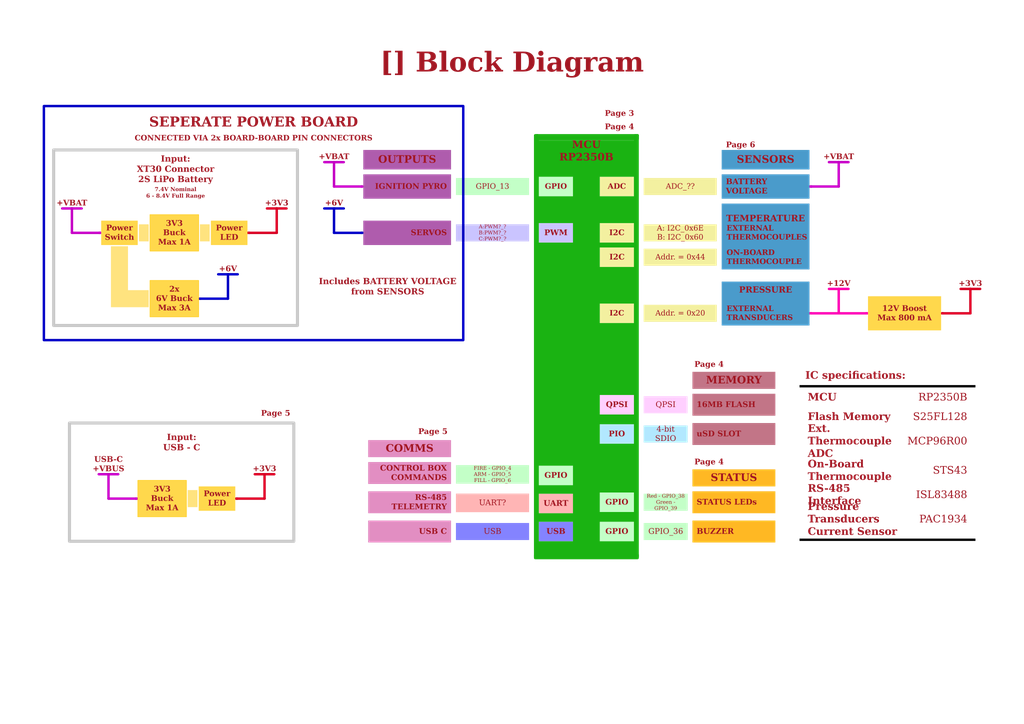
<source format=kicad_sch>
(kicad_sch
	(version 20250114)
	(generator "eeschema")
	(generator_version "9.0")
	(uuid "d4440dba-022e-49b2-97f2-6fc1871c7304")
	(paper "A3")
	(title_block
		(title "Block Diagram")
		(date "2026-01-02")
		(rev "${REVISION}")
		(company "${COMPANY}")
		(comment 1 "GRID - mm")
	)
	(lib_symbols)
	(rectangle
		(start 220 222.5)
		(end 235.5 227.604)
		(stroke
			(width 1)
			(type default)
			(color 26 179 18 1)
		)
		(fill
			(type color)
			(color 26 179 18 1)
		)
		(uuid 05c43237-d989-46c7-a838-1fe3e687d325)
	)
	(rectangle
		(start 328 221)
		(end 400 221.8)
		(stroke
			(width 0)
			(type default)
			(color 0 0 0 1)
		)
		(fill
			(type color)
			(color 0 0 0 1)
		)
		(uuid 1fdc3e3a-a10e-4833-b61f-367b51c08653)
	)
	(rectangle
		(start 245 170.5)
		(end 260.5 173.5)
		(stroke
			(width 1)
			(type default)
			(color 26 179 18 1)
		)
		(fill
			(type color)
			(color 26 179 18 1)
		)
		(uuid 35ebd6df-4a80-4af7-94c3-86df15159b07)
	)
	(rectangle
		(start 245.874 110)
		(end 260.5 124)
		(stroke
			(width 1)
			(type default)
			(color 26 179 18 1)
		)
		(fill
			(type color)
			(color 26 179 18 1)
		)
		(uuid 39c3df59-f9d6-4c44-9610-c14f06418e27)
	)
	(rectangle
		(start 245.5 133)
		(end 260.5 161.5)
		(stroke
			(width 1)
			(type default)
			(color 26 179 18 1)
		)
		(fill
			(type color)
			(color 26 179 18 1)
		)
		(uuid 3a6c1391-840d-4a80-9739-78b63fe94339)
	)
	(rectangle
		(start 221 81)
		(end 235.626 91)
		(stroke
			(width 1)
			(type default)
			(color 26 179 18 1)
		)
		(fill
			(type color)
			(color 26 179 18 1)
		)
		(uuid 3febdf1b-1526-450f-89f7-a875785e0247)
	)
	(rectangle
		(start 221.03 199.5)
		(end 235 202)
		(stroke
			(width 1)
			(type default)
			(color 26 179 18 1)
		)
		(fill
			(type color)
			(color 26 179 18 1)
		)
		(uuid 4bd62361-ce8f-4333-8a33-88a1c6d5d457)
	)
	(rectangle
		(start 220 55.5)
		(end 261.5 57)
		(stroke
			(width 1)
			(type default)
			(color 26 179 18 1)
		)
		(fill
			(type color)
			(color 26 179 18 1)
		)
		(uuid 55bb8f5d-1716-457c-ab18-7887e7f79c32)
	)
	(rectangle
		(start 220.874 100)
		(end 235.5 162.326)
		(stroke
			(width 1)
			(type default)
			(color 26 179 18 1)
		)
		(fill
			(type color)
			(color 26 179 18 1)
		)
		(uuid 70dcbf76-b1ff-45bc-a8a8-a8447e653bfd)
	)
	(rectangle
		(start 245.5 222.5)
		(end 260.5 227.35)
		(stroke
			(width 1)
			(type default)
			(color 26 179 18 1)
		)
		(fill
			(type color)
			(color 26 179 18 1)
		)
		(uuid 783c79e1-9923-474a-a876-66673ee7111d)
	)
	(rectangle
		(start 245.874 100)
		(end 260.5 101)
		(stroke
			(width 1)
			(type default)
			(color 26 179 18 1)
		)
		(fill
			(type color)
			(color 26 179 18 1)
		)
		(uuid 7b3048d9-9f27-43c5-89d8-687bf1563aee)
	)
	(rectangle
		(start 386 121.5)
		(end 356 135.5)
		(stroke
			(width -0.0001)
			(type solid)
			(color 255 200 0 0.5019607843)
		)
		(fill
			(type color)
			(color 255 200 0 0.7)
		)
		(uuid 7fc86eb3-a0f4-4bdf-b0d0-4050163494bf)
	)
	(rectangle
		(start 245.5 210.5)
		(end 260.5 213.5)
		(stroke
			(width 1)
			(type default)
			(color 26 179 18 1)
		)
		(fill
			(type color)
			(color 26 179 18 1)
		)
		(uuid 81d21993-b4a9-4917-b848-364cebd98df7)
	)
	(rectangle
		(start 260.5 55.5)
		(end 261.5 228.366)
		(stroke
			(width 1)
			(type default)
			(color 26 179 18 1)
		)
		(fill
			(type color)
			(color 26 179 18 1)
		)
		(uuid 82b7fc9f-5c53-4bad-ac33-36ff04086978)
	)
	(rectangle
		(start 61.5 115)
		(end 81.5 130)
		(stroke
			(width 0)
			(type default)
			(color 255 200 0 0.5019607843)
		)
		(fill
			(type color)
			(color 255 200 0 0.7)
		)
		(uuid a741351d-442a-4182-97da-e867b46dcc9b)
	)
	(rectangle
		(start 221 66.5)
		(end 261 72)
		(stroke
			(width 1)
			(type default)
			(color 26 179 18 1)
		)
		(fill
			(type color)
			(color 26 179 18 1)
		)
		(uuid a952ed71-59f7-4034-9137-c9beed0052e5)
	)
	(rectangle
		(start 22 61.5)
		(end 122 133.5)
		(stroke
			(width 1.27)
			(type default)
			(color 200 200 200 1)
		)
		(fill
			(type none)
		)
		(uuid b5318274-8945-46d8-99fc-2fb62def5b67)
	)
	(rectangle
		(start 235.5 72.5)
		(end 245.5 228.366)
		(stroke
			(width 1)
			(type default)
			(color 26 179 18 1)
		)
		(fill
			(type color)
			(color 26 179 18 1)
		)
		(uuid b5912d90-a2e6-47a8-b37f-79df93690db6)
	)
	(rectangle
		(start 219.5 227.604)
		(end 261.5 228.874)
		(stroke
			(width 1)
			(type default)
			(color 26 179 18 1)
		)
		(fill
			(type color)
			(color 26 179 18 1)
		)
		(uuid b84bf0ec-c33d-461c-b89d-cb43be637bc0)
	)
	(rectangle
		(start 56.5 197)
		(end 76.5 212)
		(stroke
			(width 0)
			(type default)
			(color 255 200 0 0.5019607843)
		)
		(fill
			(type color)
			(color 255 200 0 0.7)
		)
		(uuid bcbc5a66-4372-478d-a552-91740285846b)
	)
	(rectangle
		(start 221 162)
		(end 234.97 190.5)
		(stroke
			(width 1)
			(type default)
			(color 26 179 18 1)
		)
		(fill
			(type color)
			(color 26 179 18 1)
		)
		(uuid d188f923-b773-4a9d-81d4-01baeca22a59)
	)
	(rectangle
		(start 219.5 55.5)
		(end 220.5 228.366)
		(stroke
			(width 1)
			(type default)
			(color 26 179 18 1)
		)
		(fill
			(type color)
			(color 26 179 18 1)
		)
		(uuid d92c43be-acae-42f6-9179-96820bcc6ef2)
	)
	(rectangle
		(start 328 158)
		(end 400 158.8)
		(stroke
			(width 0)
			(type default)
			(color 0 0 0 1)
		)
		(fill
			(type color)
			(color 0 0 0 1)
		)
		(uuid dd13336f-a519-42ab-8323-c9e703dfe8c6)
	)
	(rectangle
		(start 220.5 211)
		(end 235.5 213.5)
		(stroke
			(width 1)
			(type default)
			(color 26 179 18 1)
		)
		(fill
			(type color)
			(color 26 179 18 1)
		)
		(uuid e2075571-fd76-408b-b40e-0feda326830e)
	)
	(rectangle
		(start 245.5 182.5)
		(end 260.5 201.5)
		(stroke
			(width 1)
			(type default)
			(color 26 179 18 1)
		)
		(fill
			(type color)
			(color 26 179 18 1)
		)
		(uuid f244c144-633a-432d-bf3a-179f6a24ba4e)
	)
	(rectangle
		(start 28.5 173.5)
		(end 120.5 222)
		(stroke
			(width 1.27)
			(type default)
			(color 200 200 200 1)
		)
		(fill
			(type none)
		)
		(uuid f2f4274d-0769-484b-9842-0a3d839f13e9)
	)
	(rectangle
		(start 245.874 81)
		(end 260.5 91)
		(stroke
			(width 1)
			(type default)
			(color 26 179 18 1)
		)
		(fill
			(type color)
			(color 26 179 18 1)
		)
		(uuid f4ff3a95-a29b-44f5-99fe-90e2d6c5e225)
	)
	(rectangle
		(start 61.5 88)
		(end 81.5 103)
		(stroke
			(width 0)
			(type default)
			(color 255 200 0 0.5019607843)
		)
		(fill
			(type color)
			(color 255 200 0 0.7)
		)
		(uuid fea6b9e0-c411-4a65-a0f6-528a99837493)
	)
	(rectangle
		(start 18 43.5)
		(end 190 139.5)
		(stroke
			(width 1)
			(type default)
		)
		(fill
			(type none)
		)
		(uuid fff96ca6-fe55-40a6-a99b-ca31b40451b6)
	)
	(text "+3V3"
		(exclude_from_sim no)
		(at 398 118.5 0)
		(effects
			(font
				(face "Times New Roman")
				(size 2.286 2.286)
				(thickness 0.4572)
				(bold yes)
				(color 162 22 34 1)
			)
			(justify bottom)
		)
		(uuid "1943f7d7-986b-49e3-a41c-4307a0c8a75c")
	)
	(text "+6V"
		(exclude_from_sim no)
		(at 137 85.5 0)
		(effects
			(font
				(face "Times New Roman")
				(size 2.286 2.286)
				(thickness 0.4572)
				(bold yes)
				(color 162 22 34 1)
			)
			(justify bottom)
		)
		(uuid "1e977695-075f-4ca8-98d2-7335bacc560a")
	)
	(text "+3V3"
		(exclude_from_sim no)
		(at 113.5 85.5 0)
		(effects
			(font
				(face "Times New Roman")
				(size 2.286 2.286)
				(thickness 0.4572)
				(bold yes)
				(color 162 22 34 1)
			)
			(justify bottom)
		)
		(uuid "1ecc5bbe-be97-4577-800e-8524857ba28b")
	)
	(text "+VBAT"
		(exclude_from_sim no)
		(at 29.5 85.5 0)
		(effects
			(font
				(face "Times New Roman")
				(size 2.286 2.286)
				(thickness 0.4572)
				(bold yes)
				(color 162 22 34 1)
			)
			(justify bottom)
		)
		(uuid "422f39d0-88ed-45bf-8429-ef453efaf729")
	)
	(text "+VBAT"
		(exclude_from_sim no)
		(at 137 66.5 0)
		(effects
			(font
				(face "Times New Roman")
				(size 2.286 2.286)
				(thickness 0.4572)
				(bold yes)
				(color 162 22 34 1)
			)
			(justify bottom)
		)
		(uuid "5a26e102-ce17-4d9d-8563-d6c89b5719eb")
	)
	(text "+12V"
		(exclude_from_sim no)
		(at 344 118.5 0)
		(effects
			(font
				(face "Times New Roman")
				(size 2.286 2.286)
				(thickness 0.4572)
				(bold yes)
				(color 162 22 34 1)
			)
			(justify bottom)
		)
		(uuid "5f0a5fbb-4d02-41e5-97cd-5df976eda407")
	)
	(text "+VBAT"
		(exclude_from_sim no)
		(at 344 66.5 0)
		(effects
			(font
				(face "Times New Roman")
				(size 2.286 2.286)
				(thickness 0.4572)
				(bold yes)
				(color 162 22 34 1)
			)
			(justify bottom)
		)
		(uuid "61bcd564-dc47-4abd-8776-b89cef66ed38")
	)
	(text "+6V"
		(exclude_from_sim no)
		(at 93.5 112.5 0)
		(effects
			(font
				(face "Times New Roman")
				(size 2.286 2.286)
				(thickness 0.4572)
				(bold yes)
				(color 162 22 34 1)
			)
			(justify bottom)
		)
		(uuid "7365e054-da4f-4185-ba2a-132de3ec5570")
	)
	(text "SEPERATE POWER BOARD"
		(exclude_from_sim no)
		(at 104 51.5 0)
		(effects
			(font
				(face "Times New Roman")
				(size 4 4)
				(thickness 0.4572)
				(bold yes)
				(color 162 22 34 1)
			)
		)
		(uuid "88a93c85-d54b-4363-be59-f0b557d4aeb6")
	)
	(text "CONNECTED VIA 2x BOARD-BOARD PIN CONNECTORS"
		(exclude_from_sim no)
		(at 104 57.5 0)
		(effects
			(font
				(face "Times New Roman")
				(size 2.2 2.2)
				(thickness 0.4572)
				(bold yes)
				(color 162 22 34 1)
			)
		)
		(uuid "9950909d-cec3-4fd2-901b-deb91d7e7131")
	)
	(text "+3V3"
		(exclude_from_sim no)
		(at 108.5 194.5 0)
		(effects
			(font
				(face "Times New Roman")
				(size 2.286 2.286)
				(thickness 0.4572)
				(bold yes)
				(color 162 22 34 1)
			)
			(justify bottom)
		)
		(uuid "9cf89d02-c138-40dc-88c4-d20885c048c3")
	)
	(text "USB-C\n+VBUS"
		(exclude_from_sim no)
		(at 44.5 194.5 0)
		(effects
			(font
				(face "Times New Roman")
				(size 2.286 2.286)
				(thickness 0.4572)
				(bold yes)
				(color 162 22 34 1)
			)
			(justify bottom)
		)
		(uuid "cee61150-7a03-4e28-b5ee-b2a9ef938a35")
	)
	(text "Input:\nXT30 Connector\n2S LiPo Battery"
		(exclude_from_sim no)
		(at 72 76 0)
		(effects
			(font
				(face "Times New Roman")
				(size 2.5 2.5)
				(thickness 0.4572)
				(bold yes)
				(color 162 22 34 1)
			)
			(justify bottom)
		)
		(uuid "e3f55fda-61da-4e4e-8a29-76e61847b025")
	)
	(text "Input:\nUSB - C"
		(exclude_from_sim no)
		(at 74.5 186 0)
		(effects
			(font
				(face "Times New Roman")
				(size 2.5 2.5)
				(thickness 0.4572)
				(bold yes)
				(color 162 22 34 1)
			)
			(justify bottom)
		)
		(uuid "e95983b3-c126-4c40-a472-d18ae09abd29")
	)
	(text "7.4V Nominal\n6 - 8.4V Full Range"
		(exclude_from_sim no)
		(at 72 82 0)
		(effects
			(font
				(face "Times New Roman")
				(size 1.6 1.6)
				(thickness 0.4572)
				(bold yes)
				(color 162 22 34 1)
			)
			(justify bottom)
		)
		(uuid "eae5b2b6-531d-4587-90d2-565cb63a8ba8")
	)
	(text "Includes BATTERY VOLTAGE\nfrom SENSORS"
		(exclude_from_sim no)
		(at 159 118.5 0)
		(effects
			(font
				(face "Times New Roman")
				(size 2.5 2.5)
				(thickness 0.4572)
				(bold yes)
				(color 162 22 34 1)
			)
		)
		(uuid "ff9c4a24-4e43-4d0e-b290-0ad1fd2649b7")
	)
	(text_box "GPIO_36"
		(exclude_from_sim no)
		(at 264 214.5 0)
		(size 18.088 7)
		(margins 1.7144 1.7144 1.7144 1.7144)
		(stroke
			(width -0.0001)
			(type solid)
			(color 195 255 199 1)
		)
		(fill
			(type color)
			(color 195 255 199 1)
		)
		(effects
			(font
				(face "Times New Roman")
				(size 2.286 2.286)
				(italic yes)
				(color 162 22 34 1)
			)
		)
		(uuid "008a9e70-c278-466e-8c32-2a18941d373b")
	)
	(text_box "STS43"
		(exclude_from_sim no)
		(at 375 187 0)
		(size 24 12)
		(margins 2.2859 2.2859 2.2859 2.2859)
		(stroke
			(width -0.0001)
			(type solid)
		)
		(fill
			(type none)
		)
		(effects
			(font
				(face "Times New Roman")
				(size 3.048 3.048)
				(color 162 22 34 1)
			)
			(justify right)
		)
		(uuid "074b82d8-06e3-4e80-af09-6b16aec67967")
	)
	(text_box "I2C"
		(exclude_from_sim no)
		(at 246 91.5 0)
		(size 14 8)
		(margins 1.7144 1.7144 1.7144 1.7144)
		(stroke
			(width -0.0001)
			(type solid)
		)
		(fill
			(type color)
			(color 243 240 160 1)
		)
		(effects
			(font
				(face "Times New Roman")
				(size 2.286 2.286)
				(bold yes)
				(color 162 22 34 1)
			)
		)
		(uuid "0aa0c4e1-070f-42df-94e3-eb4334e328f3")
	)
	(text_box "Page 6"
		(exclude_from_sim no)
		(at 296.03 56.416 0)
		(size 17.78 5.08)
		(margins 1.7144 1.7144 1.7144 1.7144)
		(stroke
			(width -0.0001)
			(type default)
		)
		(fill
			(type none)
		)
		(effects
			(font
				(face "Times New Roman")
				(size 2.286 2.286)
				(thickness 0.4572)
				(bold yes)
				(color 162 22 34 1)
			)
			(justify left top)
			(href "#8")
		)
		(uuid "101973ea-acd1-49ab-afe5-0fdba8785023")
	)
	(text_box "UART?"
		(exclude_from_sim no)
		(at 187 202.442 0)
		(size 30 7.62)
		(margins 1.7144 1.7144 1.7144 1.7144)
		(stroke
			(width -0.0001)
			(type solid)
			(color 195 255 199 1)
		)
		(fill
			(type color)
			(color 255 181 181 1)
		)
		(effects
			(font
				(face "Times New Roman")
				(size 2.286 2.286)
				(italic yes)
				(color 162 22 34 1)
			)
		)
		(uuid "1026f3db-3374-44cb-a4e6-8074c28bc294")
	)
	(text_box "3V3 Buck\nMax 1A"
		(exclude_from_sim no)
		(at 57 197.5 0)
		(size 19 14)
		(margins 1.7144 1.7144 1.7144 1.7144)
		(stroke
			(width -0.0001)
			(type solid)
		)
		(fill
			(type none)
		)
		(effects
			(font
				(face "Times New Roman")
				(size 2.286 2.286)
				(thickness 0.254)
				(bold yes)
				(color 162 22 34 1)
			)
		)
		(uuid "12cb6a7d-5baa-4aaa-88d3-529db140fa3e")
	)
	(text_box "A: I2C_0x6E\nB: I2C_0x60"
		(exclude_from_sim no)
		(at 264 92 0)
		(size 30 7)
		(margins 1.8 1.8 1.8 1.8)
		(stroke
			(width -0.0001)
			(type solid)
		)
		(fill
			(type color)
			(color 243 240 160 1)
		)
		(effects
			(font
				(face "Times New Roman")
				(size 2.2 2.2)
				(italic yes)
				(color 162 22 34 1)
			)
		)
		(uuid "1987247e-db63-4ffa-a72e-634d9843c64c")
	)
	(text_box "MCU\nRP2350B"
		(exclude_from_sim no)
		(at 220 57.5 0)
		(size 41 9)
		(margins 3 3 3 3)
		(stroke
			(width -0.0001)
			(type solid)
		)
		(fill
			(type color)
			(color 26 179 18 1)
		)
		(effects
			(font
				(face "Times New Roman")
				(size 3.048 3.048)
				(bold yes)
				(color 162 22 34 1)
			)
		)
		(uuid "1d0d83c3-74d6-4a1f-8c3f-65fbe3fb5ec9")
	)
	(text_box "ISL83488"
		(exclude_from_sim no)
		(at 375 199 0)
		(size 24 8)
		(margins 2.2859 2.2859 2.2859 2.2859)
		(stroke
			(width -0.0001)
			(type solid)
		)
		(fill
			(type none)
		)
		(effects
			(font
				(face "Times New Roman")
				(size 3.048 3.048)
				(color 162 22 34 1)
			)
			(justify right)
		)
		(uuid "24abd5d7-b5e8-4f0e-81cd-357132607341")
	)
	(text_box "Power\nLED"
		(exclude_from_sim no)
		(at 86.5 90.5 0)
		(size 15 10)
		(margins 1.7144 1.7144 1.7144 1.7144)
		(stroke
			(width -0.0001)
			(type solid)
		)
		(fill
			(type color)
			(color 255 200 0 0.7)
		)
		(effects
			(font
				(face "Times New Roman")
				(size 2.286 2.286)
				(bold yes)
				(color 162 22 34 1)
			)
			(justify top)
		)
		(uuid "24b9223b-ea8e-41e7-930d-909847869bc0")
	)
	(text_box "I2C"
		(exclude_from_sim no)
		(at 246 101.5 0)
		(size 14.126 8)
		(margins 1.7144 1.7144 1.7144 1.7144)
		(stroke
			(width -0.0001)
			(type solid)
		)
		(fill
			(type color)
			(color 243 240 160 1)
		)
		(effects
			(font
				(face "Times New Roman")
				(size 2.286 2.286)
				(bold yes)
				(color 162 22 34 1)
			)
		)
		(uuid "2576afd7-0caa-4c76-bd9f-222a1d2c4dc0")
	)
	(text_box ""
		(exclude_from_sim no)
		(at 387 128 0)
		(size -1 1)
		(margins 0.9525 0.9525 0.9525 0.9525)
		(stroke
			(width -0.0001)
			(type solid)
		)
		(fill
			(type color)
			(color 212 0 32 1)
		)
		(effects
			(font
				(size 1.27 1.27)
			)
			(justify right top)
		)
		(uuid "25c5dcc0-3859-4e6e-a251-79686bd4fb58")
	)
	(text_box "Ext. Thermocouple ADC"
		(exclude_from_sim no)
		(at 329 175 0)
		(size 42 12)
		(margins 2.2859 2.2859 2.2859 2.2859)
		(stroke
			(width -0.0001)
			(type solid)
		)
		(fill
			(type none)
		)
		(effects
			(font
				(face "Times New Roman")
				(size 3.048 3.048)
				(thickness 0.4572)
				(bold yes)
				(color 162 22 34 1)
			)
			(justify left)
		)
		(uuid "270e3771-30ea-4b0f-9d21-1ac6d8c78462")
	)
	(text_box "Page 5"
		(exclude_from_sim no)
		(at 103 166.5 0)
		(size 17.78 5.08)
		(margins 1.7144 1.7144 1.7144 1.7144)
		(stroke
			(width -0.0001)
			(type default)
		)
		(fill
			(type none)
		)
		(effects
			(font
				(face "Times New Roman")
				(size 2.286 2.286)
				(thickness 0.4572)
				(bold yes)
				(color 162 22 34 1)
			)
			(justify right top)
			(href "#8")
		)
		(uuid "278357ee-bdab-40dd-8852-a68da17bc7af")
	)
	(text_box ""
		(exclude_from_sim no)
		(at 296 115.5 0)
		(size 36 18)
		(margins 2 2 2 2)
		(stroke
			(width -0.0001)
			(type solid)
		)
		(fill
			(type color)
			(color 74 155 203 1)
		)
		(effects
			(font
				(face "Times New Roman")
				(size 2.2 2.2)
				(bold yes)
				(color 162 22 34 1)
			)
			(justify left top)
		)
		(uuid "28870172-8ccc-4ec9-bb1a-914da011cb7a")
	)
	(text_box "ADC"
		(exclude_from_sim no)
		(at 246 72.5 0)
		(size 14 8)
		(margins 2 2 2 2)
		(stroke
			(width -0.0001)
			(type solid)
		)
		(fill
			(type color)
			(color 243 240 160 1)
		)
		(effects
			(font
				(face "Times New Roman")
				(size 2.2 2.2)
				(bold yes)
				(color 162 22 34 1)
			)
		)
		(uuid "29f18459-3b0c-4e53-a96d-cae677d37f45")
	)
	(text_box "Page 4"
		(exclude_from_sim no)
		(at 244 49 0)
		(size 17.78 5.08)
		(margins 1.7144 1.7144 1.7144 1.7144)
		(stroke
			(width -0.0001)
			(type default)
		)
		(fill
			(type none)
		)
		(effects
			(font
				(face "Times New Roman")
				(size 2.286 2.286)
				(thickness 0.4572)
				(bold yes)
				(color 162 22 34 1)
			)
			(justify right top)
			(href "#8")
		)
		(uuid "2a1717e0-2fdf-4671-8d5c-d0f16926af60")
	)
	(text_box "RP2350B"
		(exclude_from_sim no)
		(at 375 159 0)
		(size 24 8)
		(margins 2.2859 2.2859 2.2859 2.2859)
		(stroke
			(width -0.0001)
			(type solid)
		)
		(fill
			(type none)
		)
		(effects
			(font
				(face "Times New Roman")
				(size 3.048 3.048)
				(color 162 22 34 1)
			)
			(justify right)
		)
		(uuid "2b7eb921-588b-40a7-8b4f-5a6a0871d21d")
	)
	(text_box "Page 4"
		(exclude_from_sim no)
		(at 283.104 146.451 0)
		(size 17.78 5.08)
		(margins 1.7144 1.7144 1.7144 1.7144)
		(stroke
			(width -0.0001)
			(type default)
		)
		(fill
			(type none)
		)
		(effects
			(font
				(face "Times New Roman")
				(size 2.286 2.286)
				(thickness 0.4572)
				(bold yes)
				(color 162 22 34 1)
			)
			(justify left top)
			(href "#8")
		)
		(uuid "2c748904-640a-4790-9cd3-81e6145a1f3e")
	)
	(text_box "QPSI"
		(exclude_from_sim no)
		(at 264 162.5 0)
		(size 18 7)
		(margins 1.7144 1.7144 1.7144 1.7144)
		(stroke
			(width -0.0001)
			(type solid)
		)
		(fill
			(type color)
			(color 255 207 255 1)
		)
		(effects
			(font
				(face "Times New Roman")
				(size 2.286 2.286)
				(italic yes)
				(color 162 22 34 1)
			)
		)
		(uuid "2eccac48-a697-4b98-a3f1-dcbeefca3094")
	)
	(text_box ""
		(exclude_from_sim no)
		(at 333 76 0)
		(size -1 1)
		(margins 0.9525 0.9525 0.9525 0.9525)
		(stroke
			(width -0.0001)
			(type solid)
		)
		(fill
			(type color)
			(color 194 0 194 1)
		)
		(effects
			(font
				(size 1.27 1.27)
			)
			(justify right top)
		)
		(uuid "2f4ea794-3980-426c-a3e6-f1b1cd61beb2")
	)
	(text_box "FIRE - GPIO_4\nARM - GPIO_5\nFILL - GPIO_6\n\n"
		(exclude_from_sim no)
		(at 187 190.758 0)
		(size 30 7.62)
		(margins 1.7144 1.7144 1.7144 1.7144)
		(stroke
			(width -0.0001)
			(type solid)
			(color 195 255 199 1)
		)
		(fill
			(type color)
			(color 195 255 199 1)
		)
		(effects
			(font
				(face "Times New Roman")
				(size 1.5 1.5)
				(italic yes)
				(color 162 22 34 1)
			)
		)
		(uuid "317ab264-3965-4ff6-93e9-07c27f6a7d8f")
	)
	(text_box "Red - GPIO_38\nGreen - GPIO_39"
		(exclude_from_sim no)
		(at 264 202.5 0)
		(size 18.088 7)
		(margins 1 1 1 1)
		(stroke
			(width -0.0001)
			(type solid)
			(color 195 255 199 1)
		)
		(fill
			(type color)
			(color 195 255 199 1)
		)
		(effects
			(font
				(face "Times New Roman")
				(size 1.5 1.5)
				(italic yes)
				(color 162 22 34 1)
			)
		)
		(uuid "31acca30-6500-4dc7-a988-691ba90c5124")
	)
	(text_box "Power\nLED"
		(exclude_from_sim no)
		(at 81.5 199.5 0)
		(size 15 10)
		(margins 1.7144 1.7144 1.7144 1.7144)
		(stroke
			(width -0.0001)
			(type solid)
		)
		(fill
			(type color)
			(color 255 200 0 0.7)
		)
		(effects
			(font
				(face "Times New Roman")
				(size 2.286 2.286)
				(bold yes)
				(color 162 22 34 1)
			)
			(justify top)
		)
		(uuid "31c3ce42-0b2a-419a-b388-bdf54a564550")
	)
	(text_box "ADC_??"
		(exclude_from_sim no)
		(at 264 73 0)
		(size 30 7)
		(margins 1.8 1.8 1.8 1.8)
		(stroke
			(width -0.0001)
			(type solid)
		)
		(fill
			(type color)
			(color 243 240 160 1)
		)
		(effects
			(font
				(face "Times New Roman")
				(size 2.2 2.2)
				(italic yes)
				(color 162 22 34 1)
			)
		)
		(uuid "34f97dad-9bc3-424e-b006-bedf003458aa")
	)
	(text_box "STATUS LEDs"
		(exclude_from_sim no)
		(at 284 201.5 0)
		(size 34 9)
		(margins 1.7144 1.7144 1.7144 1.7144)
		(stroke
			(width -0.0001)
			(type solid)
		)
		(fill
			(type color)
			(color 255 184 35 1)
		)
		(effects
			(font
				(face "Times New Roman")
				(size 2.286 2.286)
				(bold yes)
				(color 162 22 34 1)
			)
			(justify left)
		)
		(uuid "3c43ded9-8543-4bb1-8df0-3f6dd3454b7d")
	)
	(text_box ""
		(exclude_from_sim no)
		(at 82 92 0)
		(size 4 7)
		(margins 1.7144 1.7144 1.7144 1.7144)
		(stroke
			(width -0.0001)
			(type default)
		)
		(fill
			(type color)
			(color 255 200 0 0.5019607843)
		)
		(effects
			(font
				(face "Times New Roman")
				(size 2.286 2.286)
				(bold yes)
				(color 162 22 34 1)
			)
		)
		(uuid "3ddb83b7-ac58-4004-94de-9bdcb2d34b34")
	)
	(text_box "GPIO"
		(exclude_from_sim no)
		(at 246 214 0)
		(size 14 8)
		(margins 1.7144 1.7144 1.7144 1.7144)
		(stroke
			(width -0.0001)
			(type solid)
			(color 195 255 199 1)
		)
		(fill
			(type color)
			(color 195 255 199 1)
		)
		(effects
			(font
				(face "Times New Roman")
				(size 2.286 2.286)
				(bold yes)
				(color 162 22 34 1)
			)
		)
		(uuid "42c777c9-0a64-4409-ab02-637deaf007dc")
	)
	(text_box "A:PWM?_?\nB:PWM?_?\nC:PWM?_?"
		(exclude_from_sim no)
		(at 187 92 0)
		(size 30 7)
		(margins 1.8 1.8 1.8 1.8)
		(stroke
			(width -0.0001)
			(type solid)
		)
		(fill
			(type color)
			(color 202 196 255 1)
		)
		(effects
			(font
				(face "Times New Roman")
				(size 1.5 1.5)
				(italic yes)
				(color 162 22 34 1)
			)
		)
		(uuid "431fd573-2d29-4a3e-9005-4318d51fd011")
	)
	(text_box ""
		(exclude_from_sim no)
		(at 332 128 0)
		(size 1 1)
		(margins 0.9525 0.9525 0.9525 0.9525)
		(stroke
			(width -0.0001)
			(type solid)
		)
		(fill
			(type color)
			(color 255 0 171 1)
		)
		(effects
			(font
				(size 1.27 1.27)
			)
			(justify right top)
		)
		(uuid "451eb23b-48d8-4652-b3de-1e3d3fb9f128")
	)
	(text_box "Pressure Transducers Current Sensor"
		(exclude_from_sim no)
		(at 329 207 0)
		(size 45 12)
		(margins 2.2859 2.2859 2.2859 2.2859)
		(stroke
			(width -0.0001)
			(type solid)
		)
		(fill
			(type none)
		)
		(effects
			(font
				(face "Times New Roman")
				(size 3.048 3.048)
				(thickness 0.4572)
				(bold yes)
				(color 162 22 34 1)
			)
			(justify left)
		)
		(uuid "47a83b49-231a-4180-a662-b251b8a617a2")
	)
	(text_box "SERVOS"
		(exclude_from_sim no)
		(at 149 90.5 0)
		(size 36 10)
		(margins 1.7144 1.7144 1.7144 1.7144)
		(stroke
			(width -0.0001)
			(type solid)
		)
		(fill
			(type color)
			(color 175 92 173 1)
		)
		(effects
			(font
				(face "Times New Roman")
				(size 2.286 2.286)
				(bold yes)
				(color 162 22 34 1)
			)
			(justify right)
		)
		(uuid "47d743b2-9e5f-4828-a083-f3d7285e2f4d")
	)
	(text_box "RS-485 Interface"
		(exclude_from_sim no)
		(at 329 199 0)
		(size 42 8)
		(margins 2.2859 2.2859 2.2859 2.2859)
		(stroke
			(width -0.0001)
			(type solid)
		)
		(fill
			(type none)
		)
		(effects
			(font
				(face "Times New Roman")
				(size 3.048 3.048)
				(thickness 0.4572)
				(bold yes)
				(color 162 22 34 1)
			)
			(justify left)
		)
		(uuid "4f6a449d-55db-4297-8474-14e80369dddb")
	)
	(text_box "MEMORY"
		(exclude_from_sim no)
		(at 284 152.5 0)
		(size 34 7)
		(margins 2.2859 2.2859 2.2859 2.2859)
		(stroke
			(width -0.0001)
			(type solid)
		)
		(fill
			(type color)
			(color 194 117 135 1)
		)
		(effects
			(font
				(face "Times New Roman")
				(size 3.048 3.048)
				(bold yes)
				(color 162 22 34 1)
			)
		)
		(uuid "50f90389-4852-4d94-a1e5-f12357304e05")
	)
	(text_box "MCP96R00"
		(exclude_from_sim no)
		(at 375 175 0)
		(size 24 12)
		(margins 2.2859 2.2859 2.2859 2.2859)
		(stroke
			(width -0.0001)
			(type solid)
		)
		(fill
			(type none)
		)
		(effects
			(font
				(face "Times New Roman")
				(size 3.048 3.048)
				(color 162 22 34 1)
			)
			(justify right)
		)
		(uuid "54c5df24-6835-47db-886d-01b8b80ec96d")
	)
	(text_box "Power\nSwitch"
		(exclude_from_sim no)
		(at 41.5 90.5 0)
		(size 15 10)
		(margins 1.7144 1.7144 1.7144 1.7144)
		(stroke
			(width -0.0001)
			(type solid)
		)
		(fill
			(type color)
			(color 255 200 0 0.7)
		)
		(effects
			(font
				(face "Times New Roman")
				(size 2.286 2.286)
				(bold yes)
				(color 162 22 34 1)
			)
			(justify top)
		)
		(uuid "5a1454c8-3e2d-41df-a6f8-e9fd6dcf22dd")
	)
	(text_box "BATTERY VOLTAGE"
		(exclude_from_sim no)
		(at 332 71.5 0)
		(size -36 10)
		(margins 1.7144 1.7144 1.7144 1.7144)
		(stroke
			(width -0.0001)
			(type solid)
		)
		(fill
			(type color)
			(color 74 155 203 1)
		)
		(effects
			(font
				(face "Times New Roman")
				(size 2.286 2.286)
				(bold yes)
				(color 162 22 34 1)
			)
			(justify left)
		)
		(uuid "5a2e6555-9060-4d4a-9a34-a05560ac30d8")
	)
	(text_box "PWM"
		(exclude_from_sim no)
		(at 221 91.5 0)
		(size 14 8)
		(margins 1.7144 1.7144 1.7144 1.7144)
		(stroke
			(width -0.0001)
			(type solid)
		)
		(fill
			(type color)
			(color 202 196 255 1)
		)
		(effects
			(font
				(face "Times New Roman")
				(size 2.286 2.286)
				(bold yes)
				(color 162 22 34 1)
			)
		)
		(uuid "5b93e4dc-da42-42d3-abb1-0cdea0e46ae3")
	)
	(text_box " TEMPERATURE"
		(exclude_from_sim no)
		(at 296 83.5 0)
		(size 36 8)
		(margins 2 2 2 2)
		(stroke
			(width -0.0001)
			(type solid)
		)
		(fill
			(type none)
		)
		(effects
			(font
				(face "Times New Roman")
				(size 2.6 2.6)
				(bold yes)
				(color 162 22 34 1)
			)
		)
		(uuid "5d42656b-5b31-4140-a6dd-1a9722ffd9bf")
	)
	(text_box "RS-485\nTELEMETRY"
		(exclude_from_sim no)
		(at 151 201.5 0)
		(size 34 9)
		(margins 1.7144 1.7144 1.7144 1.7144)
		(stroke
			(width -0.0001)
			(type solid)
		)
		(fill
			(type color)
			(color 226 142 194 1)
		)
		(effects
			(font
				(face "Times New Roman")
				(size 2.286 2.286)
				(bold yes)
				(color 162 22 34 1)
			)
			(justify right)
		)
		(uuid "5f002641-bd02-4bcb-8dbb-a882fbc2335a")
	)
	(text_box ""
		(exclude_from_sim no)
		(at 101.5 95 0)
		(size 1 1)
		(margins 0.9525 0.9525 0.9525 0.9525)
		(stroke
			(width -0.0001)
			(type solid)
		)
		(fill
			(type color)
			(color 212 0 32 1)
		)
		(effects
			(font
				(size 1.27 1.27)
			)
			(justify right top)
		)
		(uuid "62ad9f8e-2fea-4444-8b8c-3748cf365615")
	)
	(text_box "PAC1934"
		(exclude_from_sim no)
		(at 375 207 0)
		(size 24 12)
		(margins 2.2859 2.2859 2.2859 2.2859)
		(stroke
			(width -0.0001)
			(type solid)
		)
		(fill
			(type none)
		)
		(effects
			(font
				(face "Times New Roman")
				(size 3.048 3.048)
				(color 162 22 34 1)
			)
			(justify right)
		)
		(uuid "69bd0811-ab00-4401-ba54-e244b7db9f66")
	)
	(text_box "IGNITION PYRO"
		(exclude_from_sim no)
		(at 149 71.5 0)
		(size 36 10)
		(margins 1.7144 1.7144 1.7144 1.7144)
		(stroke
			(width -0.0001)
			(type solid)
		)
		(fill
			(type color)
			(color 175 92 173 1)
		)
		(effects
			(font
				(face "Times New Roman")
				(size 2.286 2.286)
				(bold yes)
				(color 162 22 34 1)
			)
			(justify right)
		)
		(uuid "6abfab5e-8a59-4a17-a0bc-3e6cfb0e6a60")
	)
	(text_box "GPIO_13"
		(exclude_from_sim no)
		(at 187 73 0)
		(size 30 7)
		(margins 1.8 1.8 1.8 1.8)
		(stroke
			(width -0.0001)
			(type solid)
		)
		(fill
			(type color)
			(color 195 255 199 1)
		)
		(effects
			(font
				(face "Times New Roman")
				(size 2.2 2.2)
				(italic yes)
				(color 162 22 34 1)
			)
		)
		(uuid "6c479552-5d46-4d13-89b7-0c6ffa8d1955")
	)
	(text_box "Page 3"
		(exclude_from_sim no)
		(at 244 43.5 0)
		(size 17.78 5.08)
		(margins 1.7144 1.7144 1.7144 1.7144)
		(stroke
			(width -0.0001)
			(type default)
		)
		(fill
			(type none)
		)
		(effects
			(font
				(face "Times New Roman")
				(size 2.286 2.286)
				(thickness 0.4572)
				(bold yes)
				(color 162 22 34 1)
			)
			(justify right top)
			(href "#8")
		)
		(uuid "6d43c551-154a-4b1a-89c1-8f41a71158c0")
	)
	(text_box "GPIO"
		(exclude_from_sim no)
		(at 221 72.5 0)
		(size 14 8)
		(margins 2 2 2 2)
		(stroke
			(width -0.0001)
			(type solid)
		)
		(fill
			(type color)
			(color 195 255 199 1)
		)
		(effects
			(font
				(face "Times New Roman")
				(size 2.2 2.2)
				(bold yes)
				(color 162 22 34 1)
			)
		)
		(uuid "6eab53d2-87e1-440b-af32-ba15028670bf")
	)
	(text_box "EXTERNAL TRANSDUCERS"
		(exclude_from_sim no)
		(at 296 123.5 0)
		(size 36 10)
		(margins 2 2 2 2)
		(stroke
			(width -0.0001)
			(type solid)
		)
		(fill
			(type none)
		)
		(effects
			(font
				(face "Times New Roman")
				(size 2.2 2.2)
				(bold yes)
				(color 162 22 34 1)
			)
			(justify left)
		)
		(uuid "6f4e9589-968f-4a93-b240-40277dc1d4aa")
	)
	(text_box "16MB FLASH"
		(exclude_from_sim no)
		(at 284 161.5 0)
		(size 34 9)
		(margins 1.7144 1.7144 1.7144 1.7144)
		(stroke
			(width -0.0001)
			(type solid)
		)
		(fill
			(type color)
			(color 194 117 135 1)
		)
		(effects
			(font
				(face "Times New Roman")
				(size 2.286 2.286)
				(bold yes)
				(color 162 22 34 1)
			)
			(justify left)
		)
		(uuid "6f80972b-0868-4998-bb39-1d5e548cee7c")
	)
	(text_box ""
		(exclude_from_sim no)
		(at 40.5 95 0)
		(size 1 1)
		(margins 0.9525 0.9525 0.9525 0.9525)
		(stroke
			(width -0.0001)
			(type solid)
		)
		(fill
			(type color)
			(color 194 0 194 1)
		)
		(effects
			(font
				(size 1.27 1.27)
			)
			(justify right top)
		)
		(uuid "731c1092-cf2c-4cf9-bf95-9378fa745f58")
	)
	(text_box "On-Board Thermocouple"
		(exclude_from_sim no)
		(at 329 187 0)
		(size 42 12)
		(margins 2.2859 2.2859 2.2859 2.2859)
		(stroke
			(width -0.0001)
			(type solid)
		)
		(fill
			(type none)
		)
		(effects
			(font
				(face "Times New Roman")
				(size 3.048 3.048)
				(thickness 0.4572)
				(bold yes)
				(color 162 22 34 1)
			)
			(justify left)
		)
		(uuid "735160e4-4b66-4dcd-b5a2-705851c79278")
	)
	(text_box "[${#}] ${TITLE}"
		(exclude_from_sim no)
		(at 12 12 0)
		(size 396 28)
		(margins 5.9999 5.9999 5.9999 5.9999)
		(stroke
			(width -0.0001)
			(type default)
		)
		(fill
			(type none)
		)
		(effects
			(font
				(face "Times New Roman")
				(size 8 8)
				(thickness 1.2)
				(bold yes)
				(color 162 22 34 1)
			)
		)
		(uuid "73b2b29c-2473-4e80-be0b-4f57c6856c3e")
	)
	(text_box "USB C"
		(exclude_from_sim no)
		(at 151 213.5 0)
		(size 34 9)
		(margins 1.7144 1.7144 1.7144 1.7144)
		(stroke
			(width -0.0001)
			(type solid)
		)
		(fill
			(type color)
			(color 226 142 194 1)
		)
		(effects
			(font
				(face "Times New Roman")
				(size 2.286 2.286)
				(bold yes)
				(color 162 22 34 1)
			)
			(justify right)
		)
		(uuid "752fcb6e-7605-44ca-a7a2-3bfaad081942")
	)
	(text_box "I2C"
		(exclude_from_sim no)
		(at 246 124.5 0)
		(size 14 8)
		(margins 1.8 1.8 1.8 1.8)
		(stroke
			(width -0.0001)
			(type solid)
		)
		(fill
			(type color)
			(color 243 240 160 1)
		)
		(effects
			(font
				(face "Times New Roman")
				(size 2.2 2.2)
				(bold yes)
				(color 162 22 34 1)
			)
		)
		(uuid "7e5f6394-de33-4999-9272-560f804eaa11")
	)
	(text_box "BUZZER"
		(exclude_from_sim no)
		(at 284 213.5 0)
		(size 34 9)
		(margins 1.7144 1.7144 1.7144 1.7144)
		(stroke
			(width -0.0001)
			(type solid)
		)
		(fill
			(type color)
			(color 255 184 35 1)
		)
		(effects
			(font
				(face "Times New Roman")
				(size 2.286 2.286)
				(bold yes)
				(color 162 22 34 1)
			)
			(justify left)
		)
		(uuid "8548fd3a-d536-47c6-90d2-6762c090fd2b")
	)
	(text_box ""
		(exclude_from_sim no)
		(at 96.5 204 0)
		(size 1 1)
		(margins 0.9525 0.9525 0.9525 0.9525)
		(stroke
			(width -0.0001)
			(type solid)
		)
		(fill
			(type color)
			(color 212 0 32 1)
		)
		(effects
			(font
				(size 1.27 1.27)
			)
			(justify right top)
		)
		(uuid "8a1b5559-b37e-4228-9923-8db2adcc3776")
	)
	(text_box "GPIO"
		(exclude_from_sim no)
		(at 246 202 0)
		(size 14 8)
		(margins 1.7144 1.7144 1.7144 1.7144)
		(stroke
			(width -0.0001)
			(type solid)
			(color 195 255 199 1)
		)
		(fill
			(type color)
			(color 195 255 199 1)
		)
		(effects
			(font
				(face "Times New Roman")
				(size 2.286 2.286)
				(bold yes)
				(color 162 22 34 1)
			)
		)
		(uuid "8cb304ee-ca36-4912-aaee-9e60ecaf3165")
	)
	(text_box ""
		(exclude_from_sim no)
		(at 148 95 0)
		(size 1 1)
		(margins 0.9525 0.9525 0.9525 0.9525)
		(stroke
			(width -0.0001)
			(type solid)
		)
		(fill
			(type color)
			(color 0 0 194 1)
		)
		(effects
			(font
				(size 1.27 1.27)
			)
			(justify left top)
		)
		(uuid "8df6ee88-9d40-4f04-b8c4-39187efb837a")
	)
	(text_box ""
		(exclude_from_sim no)
		(at 45.5 101 90)
		(size 7 25)
		(margins 1.7144 1.7144 1.7144 1.7144)
		(stroke
			(width -0.0001)
			(type default)
		)
		(fill
			(type color)
			(color 255 200 0 0.5019607843)
		)
		(effects
			(font
				(face "Times New Roman")
				(size 2.286 2.286)
				(bold yes)
				(color 162 22 34 1)
			)
		)
		(uuid "8fea20c5-dd08-4316-bab4-afc81504bfc1")
	)
	(text_box "IC specifications:"
		(exclude_from_sim no)
		(at 328 150 0)
		(size 72 8)
		(margins 2.2859 2.2859 2.2859 2.2859)
		(stroke
			(width -0.0001)
			(type default)
		)
		(fill
			(type none)
		)
		(effects
			(font
				(face "Times New Roman")
				(size 3.048 3.048)
				(thickness 0.4572)
				(bold yes)
				(color 162 22 34 1)
			)
			(justify left top)
		)
		(uuid "942019cb-5578-4da6-b3ff-4164c9aee1e8")
	)
	(text_box ""
		(exclude_from_sim no)
		(at 52.5 119 0)
		(size 8.5 7)
		(margins 1.7144 1.7144 1.7144 1.7144)
		(stroke
			(width -0.0001)
			(type default)
		)
		(fill
			(type color)
			(color 255 200 0 0.5019607843)
		)
		(effects
			(font
				(face "Times New Roman")
				(size 2.286 2.286)
				(bold yes)
				(color 162 22 34 1)
			)
		)
		(uuid "9a064938-f196-4cd6-baba-6ea77996bfe9")
	)
	(text_box "USB"
		(exclude_from_sim no)
		(at 221 214 0)
		(size 14 8)
		(margins 1.7144 1.7144 1.7144 1.7144)
		(stroke
			(width -0.0001)
			(type solid)
			(color 195 255 199 1)
		)
		(fill
			(type color)
			(color 132 131 255 1)
		)
		(effects
			(font
				(face "Times New Roman")
				(size 2.286 2.286)
				(bold yes)
				(color 162 22 34 1)
			)
		)
		(uuid "9a0bacc2-3b24-4f8f-bd91-6dc4d3917ff0")
	)
	(text_box ""
		(exclude_from_sim no)
		(at 57 92 0)
		(size 4 7)
		(margins 1.7144 1.7144 1.7144 1.7144)
		(stroke
			(width -0.0001)
			(type default)
		)
		(fill
			(type color)
			(color 255 200 0 0.5019607843)
		)
		(effects
			(font
				(face "Times New Roman")
				(size 2.286 2.286)
				(bold yes)
				(color 162 22 34 1)
			)
		)
		(uuid "9aa0b13a-b5c6-4f4d-b521-df549dd21d32")
	)
	(text_box "3V3 Buck\nMax 1A"
		(exclude_from_sim no)
		(at 62 88.5 0)
		(size 19 14)
		(margins 1.7144 1.7144 1.7144 1.7144)
		(stroke
			(width -0.0001)
			(type solid)
		)
		(fill
			(type none)
		)
		(effects
			(font
				(face "Times New Roman")
				(size 2.286 2.286)
				(thickness 0.254)
				(bold yes)
				(color 162 22 34 1)
			)
		)
		(uuid "9b4f666b-8d89-43fd-a864-c9ba5a63b3c3")
	)
	(text_box "STATUS"
		(exclude_from_sim no)
		(at 284 192.5 0)
		(size 34 7)
		(margins 2.2859 2.2859 2.2859 2.2859)
		(stroke
			(width -0.0001)
			(type solid)
		)
		(fill
			(type color)
			(color 255 184 35 1)
		)
		(effects
			(font
				(face "Times New Roman")
				(size 3.048 3.048)
				(bold yes)
				(color 162 22 34 1)
			)
		)
		(uuid "9fd3ffbe-8e00-477c-a95e-24b13f68ad7c")
	)
	(text_box "S25FL128"
		(exclude_from_sim no)
		(at 375 167 0)
		(size 24 8)
		(margins 2.2859 2.2859 2.2859 2.2859)
		(stroke
			(width -0.0001)
			(type solid)
		)
		(fill
			(type none)
		)
		(effects
			(font
				(face "Times New Roman")
				(size 3.048 3.048)
				(color 162 22 34 1)
			)
			(justify right)
		)
		(uuid "a1101cd1-4d93-4f49-af81-1a3612f27187")
	)
	(text_box ""
		(exclude_from_sim no)
		(at 81.5 122 0)
		(size 1 1)
		(margins 0.9525 0.9525 0.9525 0.9525)
		(stroke
			(width -0.0001)
			(type solid)
		)
		(fill
			(type color)
			(color 212 0 32 1)
		)
		(effects
			(font
				(size 1.27 1.27)
			)
			(justify right top)
		)
		(uuid "a3fe304d-fe7c-445d-a862-2cf12016c1eb")
	)
	(text_box "SENSORS"
		(exclude_from_sim no)
		(at 332 61.5 0)
		(size -36 8)
		(margins 2.2859 2.2859 2.2859 2.2859)
		(stroke
			(width -0.0001)
			(type solid)
		)
		(fill
			(type color)
			(color 74 155 203 1)
		)
		(effects
			(font
				(face "Times New Roman")
				(size 3.048 3.048)
				(bold yes)
				(color 162 22 34 1)
			)
		)
		(uuid "a5dfea43-92a3-4c4a-a914-eb784ef96d73")
	)
	(text_box "EXTERNAL\nTHERMOCOUPLES"
		(exclude_from_sim no)
		(at 296 90.5 0)
		(size 36 10)
		(margins 2 2 2 2)
		(stroke
			(width -0.0001)
			(type solid)
		)
		(fill
			(type none)
		)
		(effects
			(font
				(face "Times New Roman")
				(size 2.2 2.2)
				(bold yes)
				(color 162 22 34 1)
			)
			(justify left)
		)
		(uuid "aa4d4d3e-b1f6-4105-ac0e-20a81d8acb64")
	)
	(text_box "Page 4"
		(exclude_from_sim no)
		(at 283.104 186.456 0)
		(size 17.78 5.08)
		(margins 1.7144 1.7144 1.7144 1.7144)
		(stroke
			(width -0.0001)
			(type default)
		)
		(fill
			(type none)
		)
		(effects
			(font
				(face "Times New Roman")
				(size 2.286 2.286)
				(thickness 0.4572)
				(bold yes)
				(color 162 22 34 1)
			)
			(justify left top)
			(href "#8")
		)
		(uuid "b910c7a4-6a73-4873-a2b0-9408db0338a3")
	)
	(text_box "PIO"
		(exclude_from_sim no)
		(at 246 174 0)
		(size 14 8)
		(margins 1.7144 1.7144 1.7144 1.7144)
		(stroke
			(width -0.0001)
			(type solid)
		)
		(fill
			(type color)
			(color 178 232 255 1)
		)
		(effects
			(font
				(face "Times New Roman")
				(size 2.286 2.286)
				(bold yes)
				(color 162 22 34 1)
			)
		)
		(uuid "c2c0d0c9-0dec-46a5-9473-b81815342d7b")
	)
	(text_box "OUTPUTS"
		(exclude_from_sim no)
		(at 149 61.5 0)
		(size 36 8)
		(margins 2.2859 2.2859 2.2859 2.2859)
		(stroke
			(width -0.0001)
			(type solid)
		)
		(fill
			(type color)
			(color 175 92 173 1)
		)
		(effects
			(font
				(face "Times New Roman")
				(size 3.048 3.048)
				(bold yes)
				(color 162 22 34 1)
			)
		)
		(uuid "c7dabab1-1380-4b0c-98bf-682f8750abbc")
	)
	(text_box "Addr. = 0x44"
		(exclude_from_sim no)
		(at 264 102 0)
		(size 30 7)
		(margins 1.8 1.8 1.8 1.8)
		(stroke
			(width -0.0001)
			(type solid)
		)
		(fill
			(type color)
			(color 243 240 160 1)
		)
		(effects
			(font
				(face "Times New Roman")
				(size 2.2 2.2)
				(italic yes)
				(color 162 22 34 1)
			)
		)
		(uuid "c7f141f1-0a13-41d6-9001-79167345df61")
	)
	(text_box "UART"
		(exclude_from_sim no)
		(at 221 202.5 0)
		(size 14 8)
		(margins 1.7144 1.7144 1.7144 1.7144)
		(stroke
			(width -0.0001)
			(type solid)
			(color 195 255 199 1)
		)
		(fill
			(type color)
			(color 255 181 181 1)
		)
		(effects
			(font
				(face "Times New Roman")
				(size 2.286 2.286)
				(bold yes)
				(color 162 22 34 1)
			)
		)
		(uuid "ccc0dc51-5a5f-40df-bcc3-3534a1c7d862")
	)
	(text_box "4-bit SDIO"
		(exclude_from_sim no)
		(at 264 174.5 0)
		(size 18 7)
		(margins 1.7144 1.7144 1.7144 1.7144)
		(stroke
			(width -0.0001)
			(type solid)
		)
		(fill
			(type color)
			(color 178 232 255 1)
		)
		(effects
			(font
				(face "Times New Roman")
				(size 2.286 2.286)
				(italic yes)
				(color 162 22 34 1)
			)
		)
		(uuid "ce8d5aa2-32fa-41ab-879e-c8a14b311e71")
	)
	(text_box "COMMS"
		(exclude_from_sim no)
		(at 151 180.5 0)
		(size 34 7)
		(margins 2.2859 2.2859 2.2859 2.2859)
		(stroke
			(width -0.0001)
			(type solid)
		)
		(fill
			(type color)
			(color 226 142 194 1)
		)
		(effects
			(font
				(face "Times New Roman")
				(size 3.048 3.048)
				(bold yes)
				(color 162 22 34 1)
			)
		)
		(uuid "cef1cc12-5099-4208-a402-22a3cc1aaa31")
	)
	(text_box "12V Boost\nMax 800 mA"
		(exclude_from_sim no)
		(at 384 123.5 0)
		(size -26 10)
		(margins 1.7144 1.7144 1.7144 1.7144)
		(stroke
			(width -0.0001)
			(type solid)
		)
		(fill
			(type none)
		)
		(effects
			(font
				(face "Times New Roman")
				(size 2.286 2.286)
				(thickness 0.254)
				(bold yes)
				(color 162 22 34 1)
			)
		)
		(uuid "d97f5e4a-54f1-43fc-89ea-001f9b10e888")
	)
	(text_box "Flash Memory"
		(exclude_from_sim no)
		(at 329 167 0)
		(size 42 8)
		(margins 2.2859 2.2859 2.2859 2.2859)
		(stroke
			(width -0.0001)
			(type solid)
		)
		(fill
			(type none)
		)
		(effects
			(font
				(face "Times New Roman")
				(size 3.048 3.048)
				(thickness 0.4572)
				(bold yes)
				(color 162 22 34 1)
			)
			(justify left)
		)
		(uuid "daba9ba6-0dd6-4390-87ea-9f80a6cf748a")
	)
	(text_box ""
		(exclude_from_sim no)
		(at 77 201 0)
		(size 4 7)
		(margins 1.7144 1.7144 1.7144 1.7144)
		(stroke
			(width -0.0001)
			(type default)
		)
		(fill
			(type color)
			(color 255 200 0 0.5019607843)
		)
		(effects
			(font
				(face "Times New Roman")
				(size 2.286 2.286)
				(bold yes)
				(color 162 22 34 1)
			)
		)
		(uuid "de87099c-8129-48d3-bfc1-7a083b61db38")
	)
	(text_box "ON-BOARD\nTHERMOCOUPLE"
		(exclude_from_sim no)
		(at 296 100.5 0)
		(size 36 10)
		(margins 2 2 2 2)
		(stroke
			(width -0.0001)
			(type solid)
		)
		(fill
			(type none)
		)
		(effects
			(font
				(face "Times New Roman")
				(size 2.2 2.2)
				(bold yes)
				(color 162 22 34 1)
			)
			(justify left)
		)
		(uuid "dffe04bb-cb4b-4914-a79a-19c78c2719ce")
	)
	(text_box "PRESSURE"
		(exclude_from_sim no)
		(at 296 115.5 0)
		(size 36 7)
		(margins 2 2 2 2)
		(stroke
			(width -0.0001)
			(type solid)
		)
		(fill
			(type none)
		)
		(effects
			(font
				(face "Times New Roman")
				(size 2.5 2.5)
				(bold yes)
				(color 162 22 34 1)
			)
			(justify top)
		)
		(uuid "e01432ea-7946-4a16-b941-4cfcae428f17")
	)
	(text_box "GPIO"
		(exclude_from_sim no)
		(at 221 191 0)
		(size 14 8)
		(margins 1.7144 1.7144 1.7144 1.7144)
		(stroke
			(width -0.0001)
			(type solid)
			(color 195 255 199 1)
		)
		(fill
			(type color)
			(color 195 255 199 1)
		)
		(effects
			(font
				(face "Times New Roman")
				(size 2.286 2.286)
				(bold yes)
				(color 162 22 34 1)
			)
		)
		(uuid "e1c24157-c194-49ed-baf6-fea0f759ae4f")
	)
	(text_box "QPSI"
		(exclude_from_sim no)
		(at 246 162 0)
		(size 14 8)
		(margins 1.7144 1.7144 1.7144 1.7144)
		(stroke
			(width -0.0001)
			(type solid)
		)
		(fill
			(type color)
			(color 255 207 255 1)
		)
		(effects
			(font
				(face "Times New Roman")
				(size 2.286 2.286)
				(bold yes)
				(color 162 22 34 1)
			)
		)
		(uuid "e2d08c91-25de-4e80-a665-a7cd6ec63101")
	)
	(text_box "2x\n6V Buck\nMax 3A"
		(exclude_from_sim no)
		(at 62 115.5 0)
		(size 19 14)
		(margins 1.7144 1.7144 1.7144 1.7144)
		(stroke
			(width -0.0001)
			(type solid)
		)
		(fill
			(type none)
		)
		(effects
			(font
				(face "Times New Roman")
				(size 2.286 2.286)
				(thickness 0.254)
				(bold yes)
				(color 162 22 34 1)
			)
		)
		(uuid "e56203af-bee8-4963-a38f-37bf41b74a25")
	)
	(text_box ""
		(exclude_from_sim no)
		(at 356 128 0)
		(size -1 1)
		(margins 0.9525 0.9525 0.9525 0.9525)
		(stroke
			(width -0.0001)
			(type solid)
		)
		(fill
			(type color)
			(color 255 0 171 1)
		)
		(effects
			(font
				(size 1.27 1.27)
			)
			(justify right top)
		)
		(uuid "e7f94254-773c-4ca5-a17a-bfa197fec469")
	)
	(text_box "MCU"
		(exclude_from_sim no)
		(at 329 159 0)
		(size 42 8)
		(margins 2.2859 2.2859 2.2859 2.2859)
		(stroke
			(width -0.0001)
			(type solid)
		)
		(fill
			(type none)
		)
		(effects
			(font
				(face "Times New Roman")
				(size 3.048 3.048)
				(thickness 0.4572)
				(bold yes)
				(color 162 22 34 1)
			)
			(justify left)
		)
		(uuid "ebe711f9-5d69-4ae8-9104-2de00094eb3e")
	)
	(text_box "Page 5"
		(exclude_from_sim no)
		(at 167.5 174 0)
		(size 17.78 5.08)
		(margins 1.7144 1.7144 1.7144 1.7144)
		(stroke
			(width -0.0001)
			(type default)
		)
		(fill
			(type none)
		)
		(effects
			(font
				(face "Times New Roman")
				(size 2.286 2.286)
				(thickness 0.4572)
				(bold yes)
				(color 162 22 34 1)
			)
			(justify right top)
			(href "#8")
		)
		(uuid "ec57bf54-360d-4983-9d20-6216ad41cd68")
	)
	(text_box ""
		(exclude_from_sim no)
		(at 296 83.5 0)
		(size 36 27)
		(margins 1.7144 1.7144 1.7144 1.7144)
		(stroke
			(width -0.0001)
			(type solid)
		)
		(fill
			(type color)
			(color 74 155 203 1)
		)
		(effects
			(font
				(face "Times New Roman")
				(size 2.5 2.5)
				(bold yes)
				(color 162 22 34 1)
			)
			(justify left top)
		)
		(uuid "ed5022fd-7df6-48a2-9346-7cffbd945cc2")
	)
	(text_box "CONTROL BOX COMMANDS"
		(exclude_from_sim no)
		(at 151 189.5 0)
		(size 34 9)
		(margins 1.7144 1.7144 1.7144 1.7144)
		(stroke
			(width -0.0001)
			(type solid)
		)
		(fill
			(type color)
			(color 226 142 194 1)
		)
		(effects
			(font
				(face "Times New Roman")
				(size 2.286 2.286)
				(bold yes)
				(color 162 22 34 1)
			)
			(justify right)
		)
		(uuid "f6821ea1-9b3e-4f9c-98a9-1502c1dadf8a")
	)
	(text_box ""
		(exclude_from_sim no)
		(at 148 76 0)
		(size 1 1)
		(margins 0.9525 0.9525 0.9525 0.9525)
		(stroke
			(width -0.0001)
			(type solid)
		)
		(fill
			(type color)
			(color 194 0 194 1)
		)
		(effects
			(font
				(size 1.27 1.27)
			)
			(justify left top)
		)
		(uuid "f8b5739d-0e1d-48d6-b47b-eec507146b0a")
	)
	(text_box "Addr. = 0x20"
		(exclude_from_sim no)
		(at 264 125 0)
		(size 30 7)
		(margins 1.8 1.8 1.8 1.8)
		(stroke
			(width -0.0001)
			(type solid)
		)
		(fill
			(type color)
			(color 243 240 160 1)
		)
		(effects
			(font
				(face "Times New Roman")
				(size 2.2 2.2)
				(italic yes)
				(color 162 22 34 1)
			)
		)
		(uuid "f8ddbd23-c64b-4bf5-823f-d8dd4116da94")
	)
	(text_box "USB"
		(exclude_from_sim no)
		(at 187 214.5 0)
		(size 30 7)
		(margins 1.7144 1.7144 1.7144 1.7144)
		(stroke
			(width -0.0001)
			(type solid)
			(color 195 255 199 1)
		)
		(fill
			(type color)
			(color 132 131 255 1)
		)
		(effects
			(font
				(face "Times New Roman")
				(size 2.286 2.286)
				(italic yes)
				(color 162 22 34 1)
			)
		)
		(uuid "fcd26369-f320-4d2b-930d-a4aa36d2b4b0")
	)
	(text_box "uSD SLOT"
		(exclude_from_sim no)
		(at 284 173.5 0)
		(size 34 9)
		(margins 1.7144 1.7144 1.7144 1.7144)
		(stroke
			(width -0.0001)
			(type solid)
		)
		(fill
			(type color)
			(color 194 117 135 1)
		)
		(effects
			(font
				(face "Times New Roman")
				(size 2.286 2.286)
				(bold yes)
				(color 162 22 34 1)
			)
			(justify left)
		)
		(uuid "fd61c9c5-9a5f-4021-bb34-8e82244796ab")
	)
	(text_box ""
		(exclude_from_sim no)
		(at 55.5 204 0)
		(size 1 1)
		(margins 0.9525 0.9525 0.9525 0.9525)
		(stroke
			(width -0.0001)
			(type solid)
		)
		(fill
			(type color)
			(color 194 0 194 1)
		)
		(effects
			(font
				(size 1.27 1.27)
			)
			(justify right top)
		)
		(uuid "fe0c2e7a-5c24-4737-9570-e2bc5a858612")
	)
	(polyline
		(pts
			(xy 44.5 194.5) (xy 48.5 194.5)
		)
		(stroke
			(width 1)
			(type default)
			(color 194 0 194 1)
		)
		(uuid "06012172-36b1-426c-83ec-5d36b12598d1")
	)
	(polyline
		(pts
			(xy 344 66.5) (xy 340 66.5)
		)
		(stroke
			(width 1.016)
			(type default)
			(color 194 0 194 1)
		)
		(uuid "0c4f2c87-5668-4ab3-9f54-bb552b1160e0")
	)
	(polyline
		(pts
			(xy 137 86) (xy 137 95.5)
		)
		(stroke
			(width 1)
			(type default)
			(color 0 0 194 1)
		)
		(uuid "0d6abb21-e7bc-4418-9b9c-a2133ea1abe4")
	)
	(polyline
		(pts
			(xy 113.5 85.5) (xy 113.5 95.5)
		)
		(stroke
			(width 1)
			(type default)
			(color 212 0 32 1)
		)
		(uuid "0f7b9301-f6b5-4938-9c35-3edd6d016463")
	)
	(polyline
		(pts
			(xy 332.5 76.5) (xy 344 76.5)
		)
		(stroke
			(width 1)
			(type default)
			(color 194 0 194 1)
		)
		(uuid "12ef2ddf-0ea9-47cc-b3da-b713337e7a4d")
	)
	(polyline
		(pts
			(xy 108.5 194.5) (xy 112.5 194.5)
		)
		(stroke
			(width 1)
			(type default)
			(color 212 0 32 1)
		)
		(uuid "14bbce3f-31fc-468e-a7e9-2a5296928cc7")
	)
	(polyline
		(pts
			(xy 344 118.5) (xy 340 118.5)
		)
		(stroke
			(width 1)
			(type default)
			(color 255 0 171 1)
		)
		(uuid "19ecf6b4-f563-48bf-ae33-4eba5e3d8dab")
	)
	(polyline
		(pts
			(xy 109.5 85.5) (xy 113.5 85.5)
		)
		(stroke
			(width 1)
			(type default)
			(color 212 0 32 1)
		)
		(uuid "1ad5e013-3284-400d-80be-c80dc22549d4")
	)
	(polyline
		(pts
			(xy 56 204.5) (xy 44.5 204.5)
		)
		(stroke
			(width 1)
			(type default)
			(color 194 0 194 1)
		)
		(uuid "1b44e5c5-20b8-405a-8b5d-91ca2a5302b9")
	)
	(polyline
		(pts
			(xy 348 66.5) (xy 344 66.5)
		)
		(stroke
			(width 1.016)
			(type default)
			(color 194 0 194 1)
		)
		(uuid "21ea9e82-75fb-4584-ad6e-013b648b8538")
	)
	(polyline
		(pts
			(xy 332.5 128.5) (xy 344 128.5)
		)
		(stroke
			(width 1)
			(type default)
			(color 255 0 171 1)
		)
		(uuid "23dd2eca-262f-4e37-b7e0-5fa5472cf997")
	)
	(polyline
		(pts
			(xy 89.5 112.5) (xy 93.5 112.5)
		)
		(stroke
			(width 1)
			(type default)
			(color 0 0 194 1)
		)
		(uuid "27051095-8b3a-4dad-8f3f-31f1a579350d")
	)
	(polyline
		(pts
			(xy 137 66.5) (xy 137 76.5)
		)
		(stroke
			(width 1)
			(type default)
			(color 194 0 194 1)
		)
		(uuid "2d87954f-03ee-421f-b0b9-2659a289839d")
	)
	(polyline
		(pts
			(xy 137 66.5) (xy 141 66.5)
		)
		(stroke
			(width 1)
			(type default)
			(color 194 0 194 1)
		)
		(uuid "383815c0-59df-47f0-b257-21fb84b09174")
	)
	(polyline
		(pts
			(xy 25.5 85.5) (xy 29.5 85.5)
		)
		(stroke
			(width 1)
			(type default)
			(color 194 0 194 1)
		)
		(uuid "38d5cf42-02c3-4a5f-9540-25b9d546bff8")
	)
	(polyline
		(pts
			(xy 104.5 194.5) (xy 108.5 194.5)
		)
		(stroke
			(width 1)
			(type default)
			(color 212 0 32 1)
		)
		(uuid "390b70db-2b30-4dd1-9120-07f304ec156a")
	)
	(polyline
		(pts
			(xy 44.5 194.5) (xy 44.5 204.5)
		)
		(stroke
			(width 1)
			(type default)
			(color 194 0 194 1)
		)
		(uuid "3ffe88c0-abf4-4da8-b1df-0387001fc9d4")
	)
	(polyline
		(pts
			(xy 40.5 194.5) (xy 44.5 194.5)
		)
		(stroke
			(width 1)
			(type default)
			(color 194 0 194 1)
		)
		(uuid "4b4f6dbe-a249-442e-8efa-039070c0c502")
	)
	(polyline
		(pts
			(xy 148.5 76.5) (xy 137 76.5)
		)
		(stroke
			(width 1)
			(type default)
			(color 194 0 194 1)
		)
		(uuid "4bc76584-684a-42eb-a7a5-d914a1de9246")
	)
	(polyline
		(pts
			(xy 133 66.5) (xy 137 66.5)
		)
		(stroke
			(width 1)
			(type default)
			(color 194 0 194 1)
		)
		(uuid "519f4b8f-6734-4440-a74f-77a035e10bff")
	)
	(polyline
		(pts
			(xy 93.5 112.5) (xy 93.5 122.5)
		)
		(stroke
			(width 1)
			(type default)
			(color 0 0 194 1)
		)
		(uuid "5e940b4f-e8b9-40be-94a5-a2dd9da99119")
	)
	(polyline
		(pts
			(xy 398 128.5) (xy 386.5 128.5)
		)
		(stroke
			(width 1)
			(type default)
			(color 212 0 32 1)
		)
		(uuid "64fcc834-6214-413d-abe7-265da2d4d3dd")
	)
	(polyline
		(pts
			(xy 348 118.5) (xy 344 118.5)
		)
		(stroke
			(width 1)
			(type default)
			(color 255 0 171 1)
		)
		(uuid "6fa411d4-1644-4ae1-9934-c1b9d7e892fb")
	)
	(polyline
		(pts
			(xy 29.5 85.5) (xy 29.5 95.5)
		)
		(stroke
			(width 1)
			(type default)
			(color 194 0 194 1)
		)
		(uuid "77f1d644-87c7-49f2-ac1a-af5547168069")
	)
	(polyline
		(pts
			(xy 344 118.5) (xy 344 128.5)
		)
		(stroke
			(width 1)
			(type default)
			(color 255 0 171 1)
		)
		(uuid "7c1e9418-fb05-4282-ab36-1ea475e3bbd7")
	)
	(polyline
		(pts
			(xy 113.5 85.5) (xy 117.5 85.5)
		)
		(stroke
			(width 1)
			(type default)
			(color 212 0 32 1)
		)
		(uuid "8d34f264-2645-4858-ab20-c63ce8068514")
	)
	(polyline
		(pts
			(xy 148.5 95.5) (xy 137 95.5)
		)
		(stroke
			(width 1)
			(type default)
			(color 0 0 194 1)
		)
		(uuid "8d78f500-9982-4e37-b8f2-95ff26af6ad8")
	)
	(polyline
		(pts
			(xy 93.5 112.5) (xy 97.5 112.5)
		)
		(stroke
			(width 1)
			(type default)
			(color 0 0 194 1)
		)
		(uuid "9b821d03-160a-45d7-8ef5-80974a914342")
	)
	(polyline
		(pts
			(xy 344 66.5) (xy 344 76.5)
		)
		(stroke
			(width 1)
			(type default)
			(color 194 0 194 1)
		)
		(uuid "9e94e400-0ca7-4a19-9721-e89096fc8ef1")
	)
	(polyline
		(pts
			(xy 394 118.5) (xy 398 118.5)
		)
		(stroke
			(width 1)
			(type default)
			(color 212 0 32 1)
		)
		(uuid "a7859593-eff8-44b3-9e7a-175c7879b78b")
	)
	(polyline
		(pts
			(xy 398 118.5) (xy 402 118.5)
		)
		(stroke
			(width 1)
			(type default)
			(color 212 0 32 1)
		)
		(uuid "a8e0a40d-a601-4b7c-a590-fecd1eb443e6")
	)
	(polyline
		(pts
			(xy 108.5 194.5) (xy 108.5 204.5)
		)
		(stroke
			(width 1)
			(type default)
			(color 212 0 32 1)
		)
		(uuid "a930afea-413e-485b-983e-b663b0f84128")
	)
	(polyline
		(pts
			(xy 108.5 204.5) (xy 97 204.5)
		)
		(stroke
			(width 1)
			(type default)
			(color 212 0 32 1)
		)
		(uuid "aab9c791-13ad-4503-8e4e-2711650c70e2")
	)
	(polyline
		(pts
			(xy 355.5 128.5) (xy 344 128.5)
		)
		(stroke
			(width 1)
			(type default)
			(color 255 0 171 1)
		)
		(uuid "b1d3c07d-f65f-47ea-a9f1-302be5dbb4dd")
	)
	(polyline
		(pts
			(xy 113.5 95.5) (xy 102 95.5)
		)
		(stroke
			(width 1)
			(type default)
			(color 212 0 32 1)
		)
		(uuid "b8baf074-97a7-4371-ab9d-d7eda3c85d69")
	)
	(polyline
		(pts
			(xy 93.5 122.5) (xy 82 122.5)
		)
		(stroke
			(width 1)
			(type default)
			(color 0 0 194 1)
		)
		(uuid "b9171278-88cf-4fd4-88db-467dc7716d15")
	)
	(polyline
		(pts
			(xy 41 95.5) (xy 29.5 95.5)
		)
		(stroke
			(width 1)
			(type default)
			(color 194 0 194 1)
		)
		(uuid "c356bcd2-a4ec-47fd-b90d-b06fedf938a5")
	)
	(polyline
		(pts
			(xy 29.5 85.5) (xy 33.5 85.5)
		)
		(stroke
			(width 1)
			(type default)
			(color 194 0 194 1)
		)
		(uuid "cc5bc11c-e336-4682-82cb-dd8e4651544a")
	)
	(polyline
		(pts
			(xy 133 85.5) (xy 137 85.5)
		)
		(stroke
			(width 1)
			(type default)
			(color 0 0 194 1)
		)
		(uuid "cef00b15-0ef8-48a1-8cb8-98625ecd6579")
	)
	(polyline
		(pts
			(xy 137 85.5) (xy 141 85.5)
		)
		(stroke
			(width 1)
			(type default)
			(color 0 0 194 1)
		)
		(uuid "e6379600-64d5-448a-88cf-92b6817cc0b9")
	)
	(polyline
		(pts
			(xy 398 118.5) (xy 398 128.5)
		)
		(stroke
			(width 1)
			(type default)
			(color 212 0 32 1)
		)
		(uuid "f1b0eb23-446d-4f79-b2dc-ba99e6fe3962")
	)
)

</source>
